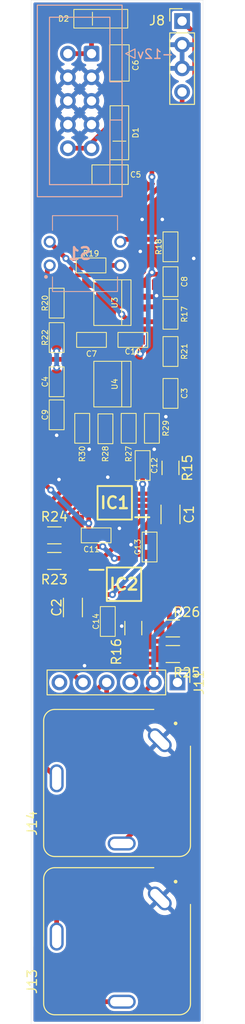
<source format=kicad_pcb>
(kicad_pcb (version 20211014) (generator pcbnew)
  (title_block (title "Exits") (date "2022-01-28") (rev "2.1"))
  (layers (0 "F.Cu" signal) (31 "B.Cu" signal) (34 "B.Paste" user) (35 "F.Paste" user) (36 "B.SilkS" user "B.Silkscreen") (37 "F.SilkS" user "F.Silkscreen") (38 "B.Mask" user) (39 "F.Mask" user) (44 "Edge.Cuts" user))
  (net 0 "")
  (net 1 "GND")
  (net 2 "Net-(C1-Pad1)")
  (net 3 "Net-(C1-Pad2)")
  (net 4 "Net-(C2-Pad1)")
  (net 5 "Net-(C2-Pad2)")
  (net 6 "+12V")
  (net 7 "-12V")
  (net 8 "Net-(D1-Pad2)")
  (net 9 "Net-(D2-Pad1)")
  (net 10 "Net-(R17-Pad2)")
  (net 11 "Net-(R18-Pad2)")
  (net 12 "Net-(C3-Pad2)")
  (net 13 "Net-(C3-Pad1)")
  (net 14 "Net-(C4-Pad2)")
  (net 15 "Net-(C4-Pad1)")
  (net 16 "Net-(J8-Pad1)")
  (net 17 "Rout")
  (net 18 "Lout")
  (net 19 "HPoutR")
  (net 20 "HPoutL")
  (net 21 "Net-(R19-Pad2)")
  (net 22 "Net-(R20-Pad2)")
  (net 23 "Net-(IC1-Pad6)")
  (net 24 "Net-(IC1-Pad1)")
  (net 25 "Net-(IC2-Pad6)")
  (net 26 "Net-(IC2-Pad1)")
  (net 27 "Net-(J8-Pad4)")
  (footprint "Capacitors_SMD:C_1206" (layer "F.Cu") (at 137.75 95.25 90)
    (fp_text reference "C1" (at 0 2 90) (layer "F.SilkS"))
    (fp_text value "100n")
    (pad "1" smd rect locked (at -1.5 0 90) (size 1 1.6) (layers "F.Cu" "F.Paste" "F.Mask") (net 2 "Net-(C1-Pad1)"))
    (pad "2" smd rect locked (at 1.5 0 90) (size 1 1.6) (layers "F.Cu" "F.Paste" "F.Mask") (net 3 "Net-(C1-Pad2)"))
  )
  (footprint "Capacitors_SMD:C_1206" (layer "F.Cu") (at 127.25 105.25 90)
    (fp_text reference "C2" (at 0 -1.75 90) (layer "F.SilkS"))
    (fp_text value "100n")
    (pad "1" smd rect locked (at -1.5 0 90) (size 1 1.6) (layers "F.Cu" "F.Paste" "F.Mask") (net 4 "Net-(C2-Pad1)"))
    (pad "2" smd rect locked (at 1.5 0 90) (size 1 1.6) (layers "F.Cu" "F.Paste" "F.Mask") (net 5 "Net-(C2-Pad2)"))
  )
  (footprint "nearness:0603" (layer "F.Cu") (at 137.75 82.25 -90)
    (fp_text reference "C3" (at 0 -1.5 90) (layer "F.SilkS") (effects (font (size 0.6 0.6) (thickness 0.1))))
    (fp_text value "22p")
    (pad "1" smd rect locked (at -0.8 0 270) (size 1 1) (layers "F.Cu" "F.Paste" "F.Mask") (net 13 "Net-(C3-Pad1)"))
    (pad "2" smd rect locked (at 0.8 0 270) (size 1 1) (layers "F.Cu" "F.Paste" "F.Mask") (net 12 "Net-(C3-Pad2)"))
  )
  (footprint "nearness:0603" (layer "F.Cu") (at 125.5 81 -90)
    (fp_text reference "C4" (at 0 1.25 90) (layer "F.SilkS") (effects (font (size 0.6 0.6) (thickness 0.1))))
    (fp_text value "22p")
    (pad "1" smd rect locked (at -0.8 0 270) (size 1 1) (layers "F.Cu" "F.Paste" "F.Mask") (net 15 "Net-(C4-Pad1)"))
    (pad "2" smd rect locked (at 0.8 0 270) (size 1 1) (layers "F.Cu" "F.Paste" "F.Mask") (net 14 "Net-(C4-Pad2)"))
  )
  (footprint "nearness:0805" (layer "F.Cu") (at 131.25 58.75 180)
    (fp_text reference "C5" (at -2.75 0) (layer "F.SilkS") (effects (font (size 0.6 0.6) (thickness 0.1))))
    (fp_text value "22u")
    (pad "1" smd rect locked (at -1 0 180) (size 1.3 1.5) (layers "F.Cu" "F.Paste" "F.Mask") (net 6 "+12V"))
    (pad "2" smd rect locked (at 1 0 180) (size 1.3 1.5) (layers "F.Cu" "F.Paste" "F.Mask") (net 1 "GND"))
  )
  (footprint "nearness:0805" (layer "F.Cu") (at 132.25 46.75 90)
    (fp_text reference "C6" (at -0.25 1.75 90) (layer "F.SilkS") (effects (font (size 0.6 0.6) (thickness 0.1))))
    (fp_text value "22u")
    (pad "1" smd rect locked (at -1 0 90) (size 1.3 1.5) (layers "F.Cu" "F.Paste" "F.Mask") (net 1 "GND"))
    (pad "2" smd rect locked (at 1 0 90) (size 1.3 1.5) (layers "F.Cu" "F.Paste" "F.Mask") (net 7 "-12V"))
  )
  (footprint "nearness:0603" (layer "F.Cu") (at 129.25 76.5)
    (fp_text reference "C7" (at 0 1.5) (layer "F.SilkS") (effects (font (size 0.6 0.6) (thickness 0.1))))
    (fp_text value "100n")
    (pad "1" smd rect locked (at -0.8 0) (size 1 1) (layers "F.Cu" "F.Paste" "F.Mask") (net 6 "+12V"))
    (pad "2" smd rect locked (at 0.8 0) (size 1 1) (layers "F.Cu" "F.Paste" "F.Mask") (net 1 "GND"))
  )
  (footprint "nearness:0603" (layer "F.Cu") (at 137.75 70.25 90)
    (fp_text reference "C8" (at 0 1.5 90) (layer "F.SilkS") (effects (font (size 0.6 0.6) (thickness 0.1))))
    (fp_text value "100n")
    (pad "1" smd rect locked (at -0.8 0 90) (size 1 1) (layers "F.Cu" "F.Paste" "F.Mask") (net 1 "GND"))
    (pad "2" smd rect locked (at 0.8 0 90) (size 1 1) (layers "F.Cu" "F.Paste" "F.Mask") (net 7 "-12V"))
  )
  (footprint "nearness:0603" (layer "F.Cu") (at 125.5 84.55 -90)
    (fp_text reference "C9" (at 0 1.25 90) (layer "F.SilkS") (effects (font (size 0.6 0.6) (thickness 0.1))))
    (fp_text value "100n")
    (pad "1" smd rect locked (at -0.8 0 270) (size 1 1) (layers "F.Cu" "F.Paste" "F.Mask") (net 6 "+12V"))
    (pad "2" smd rect locked (at 0.8 0 270) (size 1 1) (layers "F.Cu" "F.Paste" "F.Mask") (net 1 "GND"))
  )
  (footprint "nearness:0603" (layer "F.Cu") (at 133.7 76.5)
    (fp_text reference "C10" (at 0 1.25) (layer "F.SilkS") (effects (font (size 0.6 0.6) (thickness 0.1))))
    (fp_text value "100n")
    (pad "1" smd rect locked (at -0.8 0) (size 1 1) (layers "F.Cu" "F.Paste" "F.Mask") (net 1 "GND"))
    (pad "2" smd rect locked (at 0.8 0) (size 1 1) (layers "F.Cu" "F.Paste" "F.Mask") (net 7 "-12V"))
  )
  (footprint "nearness:SOD-123" (layer "F.Cu") (at 132.25 54.25 90)
    (fp_text reference "D1" (at 0 1.75 90) (layer "F.SilkS") (effects (font (size 0.6 0.6) (thickness 0.1))))
    (fp_text value "1N5819HW")
    (pad "1" smd rect locked (at -1.9 0 90) (size 1.4 1.4) (layers "F.Cu" "F.Paste" "F.Mask") (net 6 "+12V"))
    (pad "2" smd rect locked (at 1.9 0 90) (size 1.4 1.4) (layers "F.Cu" "F.Paste" "F.Mask") (net 8 "Net-(D1-Pad2)"))
  )
  (footprint "nearness:SOD-123" (layer "F.Cu") (at 130.25 42)
    (fp_text reference "D2" (at -4 0) (layer "F.SilkS") (effects (font (size 0.6 0.6) (thickness 0.1))))
    (fp_text value "1N5819HW")
    (pad "1" smd rect locked (at -1.9 0) (size 1.4 1.4) (layers "F.Cu" "F.Paste" "F.Mask") (net 9 "Net-(D2-Pad1)"))
    (pad "2" smd rect locked (at 1.9 0) (size 1.4 1.4) (layers "F.Cu" "F.Paste" "F.Mask") (net 7 "-12V"))
  )
  (footprint "Connector_PinHeader_2.54mm:PinHeader_1x04_P2.54mm_Vertical" (layer "F.Cu") (at 139 42.25)
    (fp_text reference "J8" (at -2.7 -0.05) (layer "F.SilkS"))
    (fp_text value "Conn_01x03_Male")
    (pad "1" thru_hole rect locked (at 0 0) (size 1.7 1.7) (drill 1) (layers *.Cu *.Mask) (net 16 "Net-(J8-Pad1)"))
    (pad "2" thru_hole oval locked (at 0 2.54) (size 1.7 1.7) (drill 1) (layers *.Cu *.Mask) (net 1 "GND"))
    (pad "3" thru_hole oval locked (at 0 5.08) (size 1.7 1.7) (drill 1) (layers *.Cu *.Mask) (net 1 "GND"))
    (pad "4" thru_hole oval locked (at 0 7.62) (size 1.7 1.7) (drill 1) (layers *.Cu *.Mask) (net 27 "Net-(J8-Pad4)"))
  )
  (footprint "Connector_PinHeader_2.54mm:PinHeader_1x06_P2.54mm_Vertical" (layer "F.Cu") (at 138.5 113.3 -90)
    (fp_text reference "J11" (at 0 -2.33 90) (layer "F.SilkS"))
    (fp_text value "Conn_01x04_Male")
    (pad "1" thru_hole rect locked (at 0 0 270) (size 1.7 1.7) (drill 1) (layers *.Cu *.Mask))
    (pad "2" thru_hole oval locked (at 0 2.54 270) (size 1.7 1.7) (drill 1) (layers *.Cu *.Mask) (net 18 "Lout"))
    (pad "3" thru_hole oval locked (at 0 5.08 270) (size 1.7 1.7) (drill 1) (layers *.Cu *.Mask) (net 2 "Net-(C1-Pad1)"))
    (pad "4" thru_hole oval locked (at 0 7.62 270) (size 1.7 1.7) (drill 1) (layers *.Cu *.Mask) (net 17 "Rout"))
    (pad "5" thru_hole oval locked (at 0 10.16 270) (size 1.7 1.7) (drill 1) (layers *.Cu *.Mask) (net 4 "Net-(C2-Pad1)"))
    (pad "6" thru_hole oval locked (at 0 12.7 270) (size 1.7 1.7) (drill 1) (layers *.Cu *.Mask))
  )
  (footprint "Resistor_SMD:R_1206_3216Metric" (layer "F.Cu") (at 137.75 90.25 -90)
    (fp_text reference "R15" (at 0 -1.82 90) (layer "F.SilkS"))
    (fp_text value "100k")
    (pad "1" smd roundrect locked (at -1.4625 0 270) (size 1.125 1.75) (layers "F.Cu" "F.Paste" "F.Mask") (roundrect_rratio 0.2222222222) (net 1 "GND"))
    (pad "2" smd roundrect locked (at 1.4625 0 270) (size 1.125 1.75) (layers "F.Cu" "F.Paste" "F.Mask") (roundrect_rratio 0.2222222222) (net 3 "Net-(C1-Pad2)"))
  )
  (footprint "Resistor_SMD:R_1206_3216Metric" (layer "F.Cu") (at 133.75 107.4625 90)
    (fp_text reference "R16" (at -2.5375 -1.82 90) (layer "F.SilkS"))
    (fp_text value "100k")
    (pad "1" smd roundrect locked (at -1.4625 0 90) (size 1.125 1.75) (layers "F.Cu" "F.Paste" "F.Mask") (roundrect_rratio 0.2222222222) (net 1 "GND"))
    (pad "2" smd roundrect locked (at 1.4625 0 90) (size 1.125 1.75) (layers "F.Cu" "F.Paste" "F.Mask") (roundrect_rratio 0.2222222222) (net 5 "Net-(C2-Pad2)"))
  )
  (footprint "nearness:0603" (layer "F.Cu") (at 137.75 73.75 -90)
    (fp_text reference "R17" (at 0 -1.5 90) (layer "F.SilkS") (effects (font (size 0.6 0.6) (thickness 0.1))))
    (fp_text value "100k")
    (pad "1" smd rect locked (at -0.8 0 270) (size 1 1) (layers "F.Cu" "F.Paste" "F.Mask") (net 16 "Net-(J8-Pad1)"))
    (pad "2" smd rect locked (at 0.8 0 270) (size 1 1) (layers "F.Cu" "F.Paste" "F.Mask") (net 10 "Net-(R17-Pad2)"))
  )
  (footprint "nearness:0603" (layer "F.Cu") (at 137.75 66.5 90)
    (fp_text reference "R18" (at 0 -1.27 90) (layer "F.SilkS") (effects (font (size 0.6 0.6) (thickness 0.1))))
    (fp_text value "100k")
    (pad "1" smd rect locked (at -0.8 0 90) (size 1 1) (layers "F.Cu" "F.Paste" "F.Mask") (net 16 "Net-(J8-Pad1)"))
    (pad "2" smd rect locked (at 0.8 0 90) (size 1 1) (layers "F.Cu" "F.Paste" "F.Mask") (net 11 "Net-(R18-Pad2)"))
  )
  (footprint "nearness:0603" (layer "F.Cu") (at 129.2 68.5)
    (fp_text reference "R19" (at 0 -1.27) (layer "F.SilkS") (effects (font (size 0.6 0.6) (thickness 0.1))))
    (fp_text value "100k")
    (pad "1" smd rect locked (at -0.8 0) (size 1 1) (layers "F.Cu" "F.Paste" "F.Mask") (net 27 "Net-(J8-Pad4)"))
    (pad "2" smd rect locked (at 0.8 0) (size 1 1) (layers "F.Cu" "F.Paste" "F.Mask") (net 21 "Net-(R19-Pad2)"))
  )
  (footprint "nearness:0603" (layer "F.Cu") (at 125.5 72.55 -90)
    (fp_text reference "R20" (at 0 1.25 90) (layer "F.SilkS") (effects (font (size 0.6 0.6) (thickness 0.1))))
    (fp_text value "100k")
    (pad "1" smd rect locked (at -0.8 0 270) (size 1 1) (layers "F.Cu" "F.Paste" "F.Mask") (net 27 "Net-(J8-Pad4)"))
    (pad "2" smd rect locked (at 0.8 0 270) (size 1 1) (layers "F.Cu" "F.Paste" "F.Mask") (net 22 "Net-(R20-Pad2)"))
  )
  (footprint "nearness:0603" (layer "F.Cu") (at 137.75 77.75 -90)
    (fp_text reference "R21" (at 0 -1.5 90) (layer "F.SilkS") (effects (font (size 0.6 0.6) (thickness 0.1))))
    (fp_text value "100k")
    (pad "1" smd rect locked (at -0.8 0 270) (size 1 1) (layers "F.Cu" "F.Paste" "F.Mask") (net 10 "Net-(R17-Pad2)"))
    (pad "2" smd rect locked (at 0.8 0 270) (size 1 1) (layers "F.Cu" "F.Paste" "F.Mask") (net 13 "Net-(C3-Pad1)"))
  )
  (footprint "nearness:0603" (layer "F.Cu") (at 125.5 76.25 -90)
    (fp_text reference "R22" (at 0 1.25 90) (layer "F.SilkS") (effects (font (size 0.6 0.6) (thickness 0.1))))
    (fp_text value "100k")
    (pad "1" smd rect locked (at -0.8 0 270) (size 1 1) (layers "F.Cu" "F.Paste" "F.Mask") (net 22 "Net-(R20-Pad2)"))
    (pad "2" smd rect locked (at 0.8 0 270) (size 1 1) (layers "F.Cu" "F.Paste" "F.Mask") (net 15 "Net-(C4-Pad1)"))
  )
  (footprint "Resistor_SMD:R_1206_3216Metric" (layer "F.Cu") (at 125.25 100.25 180)
    (fp_text reference "R23" (at 0 -2) (layer "F.SilkS"))
    (fp_text value "1")
    (pad "1" smd roundrect locked (at -1.4625 0 180) (size 1.125 1.75) (layers "F.Cu" "F.Paste" "F.Mask") (roundrect_rratio 0.2222222222) (net 24 "Net-(IC1-Pad1)"))
    (pad "2" smd roundrect locked (at 1.4625 0 180) (size 1.125 1.75) (layers "F.Cu" "F.Paste" "F.Mask") (roundrect_rratio 0.2222222222) (net 20 "HPoutL"))
  )
  (footprint "Resistor_SMD:R_1206_3216Metric" (layer "F.Cu") (at 125.25 97.5 180)
    (fp_text reference "R24" (at 0 2) (layer "F.SilkS"))
    (fp_text value "1")
    (pad "1" smd roundrect locked (at -1.4625 0 180) (size 1.125 1.75) (layers "F.Cu" "F.Paste" "F.Mask") (roundrect_rratio 0.2222222222) (net 23 "Net-(IC1-Pad6)"))
    (pad "2" smd roundrect locked (at 1.4625 0 180) (size 1.125 1.75) (layers "F.Cu" "F.Paste" "F.Mask") (roundrect_rratio 0.2222222222) (net 20 "HPoutL"))
  )
  (footprint "Resistor_SMD:R_1206_3216Metric" (layer "F.Cu") (at 138 110.25)
    (fp_text reference "R25" (at 1.5 2) (layer "F.SilkS"))
    (fp_text value "1")
    (pad "1" smd roundrect locked (at -1.4625 0) (size 1.125 1.75) (layers "F.Cu" "F.Paste" "F.Mask") (roundrect_rratio 0.2222222222) (net 26 "Net-(IC2-Pad1)"))
    (pad "2" smd roundrect locked (at 1.4625 0) (size 1.125 1.75) (layers "F.Cu" "F.Paste" "F.Mask") (roundrect_rratio 0.2222222222) (net 19 "HPoutR"))
  )
  (footprint "Resistor_SMD:R_1206_3216Metric" (layer "F.Cu") (at 138 107.5)
    (fp_text reference "R26" (at 1.5 -1.75) (layer "F.SilkS"))
    (fp_text value "1")
    (pad "1" smd roundrect locked (at -1.4625 0) (size 1.125 1.75) (layers "F.Cu" "F.Paste" "F.Mask") (roundrect_rratio 0.2222222222) (net 25 "Net-(IC2-Pad6)"))
    (pad "2" smd roundrect locked (at 1.4625 0) (size 1.125 1.75) (layers "F.Cu" "F.Paste" "F.Mask") (roundrect_rratio 0.2222222222) (net 19 "HPoutR"))
  )
  (footprint "nearness:0603" (layer "F.Cu") (at 133.25 86 -90)
    (fp_text reference "R27" (at 2.75 0 90) (layer "F.SilkS") (effects (font (size 0.6 0.6) (thickness 0.1))))
    (fp_text value "100k")
    (pad "1" smd rect locked (at -0.8 0 270) (size 1 1) (layers "F.Cu" "F.Paste" "F.Mask") (net 13 "Net-(C3-Pad1)"))
    (pad "2" smd rect locked (at 0.8 0 270) (size 1 1) (layers "F.Cu" "F.Paste" "F.Mask") (net 18 "Lout"))
  )
  (footprint "nearness:0603" (layer "F.Cu") (at 130.75 86.05 -90)
    (fp_text reference "R28" (at 2.7 0 90) (layer "F.SilkS") (effects (font (size 0.6 0.6) (thickness 0.1))))
    (fp_text value "100k")
    (pad "1" smd rect locked (at -0.8 0 270) (size 1 1) (layers "F.Cu" "F.Paste" "F.Mask") (net 15 "Net-(C4-Pad1)"))
    (pad "2" smd rect locked (at 0.8 0 270) (size 1 1) (layers "F.Cu" "F.Paste" "F.Mask") (net 17 "Rout"))
  )
  (footprint "nearness:0603" (layer "F.Cu") (at 135.75 86 -90)
    (fp_text reference "R29" (at 0 -1.5 90) (layer "F.SilkS") (effects (font (size 0.6 0.6) (thickness 0.1))))
    (fp_text value "1k")
    (pad "1" smd rect locked (at -0.8 0 270) (size 1 1) (layers "F.Cu" "F.Paste" "F.Mask") (net 12 "Net-(C3-Pad2)"))
    (pad "2" smd rect locked (at 0.8 0 270) (size 1 1) (layers "F.Cu" "F.Paste" "F.Mask") (net 18 "Lout"))
  )
  (footprint "nearness:0603" (layer "F.Cu") (at 128.25 86 -90)
    (fp_text reference "R30" (at 2.75 0 90) (layer "F.SilkS") (effects (font (size 0.6 0.6) (thickness 0.1))))
    (fp_text value "1k")
    (pad "1" smd rect locked (at -0.8 0 270) (size 1 1) (layers "F.Cu" "F.Paste" "F.Mask") (net 14 "Net-(C4-Pad2)"))
    (pad "2" smd rect locked (at 0.8 0 270) (size 1 1) (layers "F.Cu" "F.Paste" "F.Mask") (net 17 "Rout"))
  )
  (footprint "nearness:SOIC-8" (layer "F.Cu") (at 131.5 72.5 90)
    (fp_text reference "U3" (at 0 0.25 90) (layer "F.SilkS") (effects (font (size 0.6 0.6) (thickness 0.1))))
    (fp_text value "LME49720")
    (pad "1" smd rect locked (at -1.905 3 90) (size 0.65 2) (layers "F.Cu" "F.Paste" "F.Mask") (net 10 "Net-(R17-Pad2)"))
    (pad "2" smd rect locked (at -0.635 3 90) (size 0.65 2) (layers "F.Cu" "F.Paste" "F.Mask") (net 16 "Net-(J8-Pad1)"))
    (pad "3" smd rect locked (at 0.635 3 90) (size 0.65 2) (layers "F.Cu" "F.Paste" "F.Mask") (net 1 "GND"))
    (pad "4" smd rect locked (at 1.905 3 90) (size 0.65 2) (layers "F.Cu" "F.Paste" "F.Mask") (net 7 "-12V"))
    (pad "5" smd rect locked (at 1.905 -3 90) (size 0.65 2) (layers "F.Cu" "F.Paste" "F.Mask") (net 1 "GND"))
    (pad "6" smd rect locked (at 0.635 -3 90) (size 0.65 2) (layers "F.Cu" "F.Paste" "F.Mask") (net 27 "Net-(J8-Pad4)"))
    (pad "7" smd rect locked (at -0.635 -3 90) (size 0.65 2) (layers "F.Cu" "F.Paste" "F.Mask") (net 22 "Net-(R20-Pad2)"))
    (pad "8" smd rect locked (at -1.905 -3 90) (size 0.65 2) (layers "F.Cu" "F.Paste" "F.Mask") (net 6 "+12V"))
  )
  (footprint "nearness:SOIC-8" (layer "F.Cu") (at 131.5 81.25 90)
    (fp_text reference "U4" (at 0 0.25 90) (layer "F.SilkS") (effects (font (size 0.6 0.6) (thickness 0.1))))
    (fp_text value "LME49720")
    (pad "1" smd rect locked (at -1.905 3 90) (size 0.65 2) (layers "F.Cu" "F.Paste" "F.Mask") (net 12 "Net-(C3-Pad2)"))
    (pad "2" smd rect locked (at -0.635 3 90) (size 0.65 2) (layers "F.Cu" "F.Paste" "F.Mask") (net 13 "Net-(C3-Pad1)"))
    (pad "3" smd rect locked (at 0.635 3 90) (size 0.65 2) (layers "F.Cu" "F.Paste" "F.Mask") (net 1 "GND"))
    (pad "4" smd rect locked (at 1.905 3 90) (size 0.65 2) (layers "F.Cu" "F.Paste" "F.Mask") (net 7 "-12V"))
    (pad "5" smd rect locked (at 1.905 -3 90) (size 0.65 2) (layers "F.Cu" "F.Paste" "F.Mask") (net 1 "GND"))
    (pad "6" smd rect locked (at 0.635 -3 90) (size 0.65 2) (layers "F.Cu" "F.Paste" "F.Mask") (net 15 "Net-(C4-Pad1)"))
    (pad "7" smd rect locked (at -0.635 -3 90) (size 0.65 2) (layers "F.Cu" "F.Paste" "F.Mask") (net 14 "Net-(C4-Pad2)"))
    (pad "8" smd rect locked (at -1.905 -3 90) (size 0.65 2) (layers "F.Cu" "F.Paste" "F.Mask") (net 6 "+12V"))
  )
  (footprint "SamacSys_Parts:SOP65P640X145-8N" (layer "F.Cu") (at 131.75 94 180)
    (fp_text reference "IC1" (at 0 0) (layer "F.SilkS") (effects (font (size 1.27 1.27) (thickness 0.254))))
    (fp_text value "NJM4556AV-TE1" hide)
    (pad "1" smd rect locked (at -2.962 -0.975 270) (size 0.45 1.525) (layers "F.Cu" "F.Paste" "F.Mask") (net 24 "Net-(IC1-Pad1)"))
    (pad "2" smd rect locked (at -2.962 -0.325 270) (size 0.45 1.525) (layers "F.Cu" "F.Paste" "F.Mask") (net 24 "Net-(IC1-Pad1)"))
    (pad "3" smd rect locked (at -2.962 0.325 270) (size 0.45 1.525) (layers "F.Cu" "F.Paste" "F.Mask") (net 3 "Net-(C1-Pad2)"))
    (pad "4" smd rect locked (at -2.962 0.975 270) (size 0.45 1.525) (layers "F.Cu" "F.Paste" "F.Mask") (net 7 "-12V"))
    (pad "5" smd rect locked (at 2.962 0.975 270) (size 0.45 1.525) (layers "F.Cu" "F.Paste" "F.Mask") (net 3 "Net-(C1-Pad2)"))
    (pad "6" smd rect locked (at 2.962 0.325 270) (size 0.45 1.525) (layers "F.Cu" "F.Paste" "F.Mask") (net 23 "Net-(IC1-Pad6)"))
    (pad "7" smd rect locked (at 2.962 -0.325 270) (size 0.45 1.525) (layers "F.Cu" "F.Paste" "F.Mask") (net 23 "Net-(IC1-Pad6)"))
    (pad "8" smd rect locked (at 2.962 -0.975 270) (size 0.45 1.525) (layers "F.Cu" "F.Paste" "F.Mask") (net 6 "+12V"))
  )
  (footprint "SamacSys_Parts:SOP65P640X145-8N" (layer "F.Cu") (at 132.75 102.75)
    (fp_text reference "IC2" (at 0 0) (layer "F.SilkS") (effects (font (size 1.27 1.27) (thickness 0.254))))
    (fp_text value "NJM4556AV-TE1" hide)
    (pad "1" smd rect locked (at -2.962 -0.975 90) (size 0.45 1.525) (layers "F.Cu" "F.Paste" "F.Mask") (net 26 "Net-(IC2-Pad1)"))
    (pad "2" smd rect locked (at -2.962 -0.325 90) (size 0.45 1.525) (layers "F.Cu" "F.Paste" "F.Mask") (net 26 "Net-(IC2-Pad1)"))
    (pad "3" smd rect locked (at -2.962 0.325 90) (size 0.45 1.525) (layers "F.Cu" "F.Paste" "F.Mask") (net 5 "Net-(C2-Pad2)"))
    (pad "4" smd rect locked (at -2.962 0.975 90) (size 0.45 1.525) (layers "F.Cu" "F.Paste" "F.Mask") (net 7 "-12V"))
    (pad "5" smd rect locked (at 2.962 0.975 90) (size 0.45 1.525) (layers "F.Cu" "F.Paste" "F.Mask") (net 5 "Net-(C2-Pad2)"))
    (pad "6" smd rect locked (at 2.962 0.325 90) (size 0.45 1.525) (layers "F.Cu" "F.Paste" "F.Mask") (net 25 "Net-(IC2-Pad6)"))
    (pad "7" smd rect locked (at 2.962 -0.325 90) (size 0.45 1.525) (layers "F.Cu" "F.Paste" "F.Mask") (net 25 "Net-(IC2-Pad6)"))
    (pad "8" smd rect locked (at 2.962 -0.975 90) (size 0.45 1.525) (layers "F.Cu" "F.Paste" "F.Mask") (net 6 "+12V"))
  )
  (footprint "nearness:0603" (layer "F.Cu") (at 129.75 97.5)
    (fp_text reference "C11" (at -0.5 1.5) (layer "F.SilkS") (effects (font (size 0.6 0.6) (thickness 0.1))))
    (fp_text value "100n")
    (pad "1" smd rect locked (at -0.8 0) (size 1 1) (layers "F.Cu" "F.Paste" "F.Mask") (net 6 "+12V"))
    (pad "2" smd rect locked (at 0.8 0) (size 1 1) (layers "F.Cu" "F.Paste" "F.Mask") (net 1 "GND"))
  )
  (footprint "nearness:0603" (layer "F.Cu") (at 134.75 90 -90)
    (fp_text reference "C12" (at 0 -1.27 90) (layer "F.SilkS") (effects (font (size 0.6 0.6) (thickness 0.1))))
    (fp_text value "100n")
    (pad "1" smd rect locked (at -0.8 0 270) (size 1 1) (layers "F.Cu" "F.Paste" "F.Mask") (net 1 "GND"))
    (pad "2" smd rect locked (at 0.8 0 270) (size 1 1) (layers "F.Cu" "F.Paste" "F.Mask") (net 7 "-12V"))
  )
  (footprint "nearness:0603" (layer "F.Cu") (at 135.5 98.75 90)
    (fp_text reference "C13" (at 0 -1.27 90) (layer "F.SilkS") (effects (font (size 0.6 0.6) (thickness 0.1))))
    (fp_text value "100n")
    (pad "1" smd rect locked (at -0.8 0 90) (size 1 1) (layers "F.Cu" "F.Paste" "F.Mask") (net 6 "+12V"))
    (pad "2" smd rect locked (at 0.8 0 90) (size 1 1) (layers "F.Cu" "F.Paste" "F.Mask") (net 1 "GND"))
  )
  (footprint "nearness:0603" (layer "F.Cu") (at 131 106.75 90)
    (fp_text reference "C14" (at 0 -1.27 90) (layer "F.SilkS") (effects (font (size 0.6 0.6) (thickness 0.1))))
    (fp_text value "100n")
    (pad "1" smd rect locked (at -0.8 0 90) (size 1 1) (layers "F.Cu" "F.Paste" "F.Mask") (net 1 "GND"))
    (pad "2" smd rect locked (at 0.8 0 90) (size 1 1) (layers "F.Cu" "F.Paste" "F.Mask") (net 7 "-12V"))
  )
  (footprint "Connector:CUI_SJ-63083A" (layer "F.Cu") (at 132 124.1 90)
    (fp_text reference "J14" (at -4.325 -9.135 90) (layer "F.SilkS"))
    (fp_text value "SJ-63083A")
    (pad "1" thru_hole oval (at 4.596 4.596 45) (size 1.508 3.016) (drill oval 1 2.5) (layers *.Cu *.Mask) (net 1 "GND"))
    (pad "3" thru_hole oval (at -6.5 0.5 90) (size 1.508 3.016) (drill oval 1 2.5) (layers *.Cu *.Mask) (net 19 "HPoutR"))
    (pad "4" thru_hole oval (at 0.5 -6.5 90) (size 3.016 1.508) (drill oval 2.5 1) (layers *.Cu *.Mask) (net 20 "HPoutL"))
  )
  (footprint "Connector:CUI_SJ-63083A" (layer "F.Cu") (at 132 141.1 90)
    (fp_text reference "J13" (at -4.325 -9.135 90) (layer "F.SilkS"))
    (fp_text value "SJ-63083A")
    (pad "1" thru_hole oval (at 4.596 4.596 45) (size 1.508 3.016) (drill oval 1 2.5) (layers *.Cu *.Mask) (net 1 "GND"))
    (pad "3" thru_hole oval (at -6.5 0.5 90) (size 1.508 3.016) (drill oval 1 2.5) (layers *.Cu *.Mask) (net 17 "Rout"))
    (pad "4" thru_hole oval (at 0.5 -6.5 90) (size 3.016 1.508) (drill oval 2.5 1) (layers *.Cu *.Mask) (net 18 "Lout"))
  )
  (footprint "SamacSys_Parts:ADP0204" (layer "B.Cu") (at 124.75 68.5)
    (fp_text reference "S1" (at 3.225 -1.27) (layer "B.SilkS") (effects (font (size 1.27 1.27) (thickness 0.254)) (justify mirror)))
    (fp_text value "ADP0204" hide)
    (pad "A1" thru_hole circle locked (at 0 0) (size 1.3 1.3) (drill 0.8) (layers *.Cu *.Mask) (net 22 "Net-(R20-Pad2)"))
    (pad "A2" thru_hole circle locked (at 0 -2.54) (size 1.3 1.3) (drill 0.8) (layers *.Cu *.Mask) (net 10 "Net-(R17-Pad2)"))
    (pad "B1" thru_hole circle locked (at 7.6 0) (size 1.3 1.3) (drill 0.8) (layers *.Cu *.Mask) (net 21 "Net-(R19-Pad2)"))
    (pad "B2" thru_hole circle locked (at 7.6 -2.54) (size 1.3 1.3) (drill 0.8) (layers *.Cu *.Mask) (net 11 "Net-(R18-Pad2)"))
  )
  (footprint "Connector_IDC:IDC-Header_2x05_P2.54mm_Vertical" (layer "B.Cu") (at 129.25 45.75 180)
    (fp_text reference "J12" hide)
    (fp_text value "Conn_02x05_Odd_Even")
    (pad "1" thru_hole roundrect locked (at 0 0 180) (size 1.7 1.7) (drill 1) (layers *.Cu *.Mask) (roundrect_rratio 0.1470588235) (net 9 "Net-(D2-Pad1)"))
    (pad "2" thru_hole circle locked (at 2.54 0 180) (size 1.7 1.7) (drill 1) (layers *.Cu *.Mask) (net 9 "Net-(D2-Pad1)"))
    (pad "3" thru_hole circle locked (at 0 -2.54 180) (size 1.7 1.7) (drill 1) (layers *.Cu *.Mask) (net 1 "GND"))
    (pad "4" thru_hole circle locked (at 2.54 -2.54 180) (size 1.7 1.7) (drill 1) (layers *.Cu *.Mask) (net 1 "GND"))
    (pad "5" thru_hole circle locked (at 0 -5.08 180) (size 1.7 1.7) (drill 1) (layers *.Cu *.Mask) (net 1 "GND"))
    (pad "6" thru_hole circle locked (at 2.54 -5.08 180) (size 1.7 1.7) (drill 1) (layers *.Cu *.Mask) (net 1 "GND"))
    (pad "7" thru_hole circle locked (at 0 -7.62 180) (size 1.7 1.7) (drill 1) (layers *.Cu *.Mask) (net 1 "GND"))
    (pad "8" thru_hole circle locked (at 2.54 -7.62 180) (size 1.7 1.7) (drill 1) (layers *.Cu *.Mask) (net 1 "GND"))
    (pad "9" thru_hole circle locked (at 0 -10.16 180) (size 1.7 1.7) (drill 1) (layers *.Cu *.Mask) (net 8 "Net-(D1-Pad2)"))
    (pad "10" thru_hole circle locked (at 2.54 -10.16 180) (size 1.7 1.7) (drill 1) (layers *.Cu *.Mask) (net 8 "Net-(D1-Pad2)"))
  )
  (gr_line (start 141.25 150) (end 122.75 150) (layer "Edge.Cuts") (width 0.0254))
  (gr_line (start 122.75 150) (end 122.75 40) (layer "Edge.Cuts") (width 0.0254))
  (gr_line (start 122.75 40) (end 141.25 40) (layer "Edge.Cuts") (width 0.0254))
  (gr_line (start 141.25 40) (end 141.25 150) (layer "Edge.Cuts") (width 0.0254))
  (gr_text "-12v" (at 136.1 45.8) (layer "B.SilkS") (effects (font (size 1 1)) (justify mirror)))
  (via (at 134.5 67) (size 0.762) (drill 0.381) (layers "F.Cu" "B.Cu") (net 1))
  (via (at 134.7 63.56) (size 0.762) (drill 0.381) (layers "F.Cu" "B.Cu") (net 1))
  (via (at 136.87 63.56) (size 0.762) (drill 0.381) (layers "F.Cu" "B.Cu") (net 1))
  (via (at 125.5 86.75) (size 0.762) (drill 0.381) (layers "F.Cu" "B.Cu") (net 1))
  (via (at 132.25 96.75) (size 0.762) (drill 0.381) (layers "F.Cu" "B.Cu") (net 1))
  (via (at 132.5 107.25) (size 0.762) (drill 0.381) (layers "F.Cu" "B.Cu") (net 1))
  (via (at 131 91.25) (size 0.762) (drill 0.381) (layers "F.Cu" "B.Cu") (net 1))
  (via (at 125.75 91.5) (size 0.762) (drill 0.381) (layers "F.Cu" "B.Cu") (net 1))
  (via (at 129 88.25) (size 0.762) (drill 0.381) (layers "F.Cu" "B.Cu") (net 1))
  (via (at 136.25 71.75) (size 0.762) (drill 0.381) (layers "F.Cu" "B.Cu") (net 1))
  (via (at 133.5 98.5) (size 0.762) (drill 0.381) (layers "F.Cu" "B.Cu") (net 1))
  (via (at 137.25 84.75) (size 0.762) (drill 0.381) (layers "F.Cu" "B.Cu") (net 1))
  (via (at 140.25 67.75) (size 0.762) (drill 0.381) (layers "F.Cu" "B.Cu") (net 1))
  (via (at 128.5 111.5) (size 0.762) (drill 0.381) (layers "F.Cu" "B.Cu") (net 1))
  (via (at 136 88.25) (size 0.762) (drill 0.381) (layers "F.Cu" "B.Cu") (net 1))
  (segment (start 136.904991 111.891999) (end 137.62998 111.16701) (width 0.508) (layer "F.Cu") (net 2))
  (segment (start 137.62998 111.16701) (end 137.62998 96.87002) (width 0.508) (layer "F.Cu") (net 2))
  (segment (start 137.62998 96.87002) (end 137.75 96.75) (width 0.508) (layer "F.Cu") (net 2))
  (segment (start 134.568001 111.891999) (end 136.904991 111.891999) (width 0.508) (layer "F.Cu") (net 2))
  (segment (start 133.21 113.25) (end 134.568001 111.891999) (width 0.508) (layer "F.Cu") (net 2))
  (segment (start 134.712 93.675) (end 137.675 93.675) (width 0.3) (layer "F.Cu") (net 3))
  (segment (start 134.712 93.675) (end 133.647298 93.675) (width 0.3) (layer "F.Cu") (net 3))
  (segment (start 133.647298 93.675) (end 132.997298 93.025) (width 0.3) (layer "F.Cu") (net 3))
  (segment (start 132.997298 93.025) (end 128.788 93.025) (width 0.3) (layer "F.Cu") (net 3))
  (segment (start 137.675 93.675) (end 137.75 93.75) (width 0.3) (layer "F.Cu") (net 3))
  (segment (start 137.75 91.7125) (end 137.75 93.75) (width 0.508) (layer "F.Cu") (net 3))
  (segment (start 127.25 112.37) (end 128.13 113.25) (width 0.508) (layer "F.Cu") (net 4))
  (segment (start 127.25 106.75) (end 127.25 112.37) (width 0.508) (layer "F.Cu") (net 4))
  (segment (start 129.788 103.075) (end 127.925 103.075) (width 0.3) (layer "F.Cu") (net 5))
  (segment (start 132.825 103.075) (end 129.788 103.075) (width 0.3) (layer "F.Cu") (net 5))
  (segment (start 133.75 106) (end 135.712 104.038) (width 0.508) (layer "F.Cu") (net 5))
  (segment (start 135.712 104.038) (end 135.712 103.808001) (width 0.508) (layer "F.Cu") (net 5))
  (segment (start 135.712 103.725) (end 133.475 103.725) (width 0.3) (layer "F.Cu") (net 5))
  (segment (start 133.475 103.725) (end 132.825 103.075) (width 0.3) (layer "F.Cu") (net 5))
  (segment (start 127.925 103.075) (end 127.25 103.75) (width 0.3) (layer "F.Cu") (net 5))
  (segment (start 127.456001 64.801999) (end 124.194159 64.801999) (width 0.508) (layer "F.Cu") (net 6))
  (segment (start 135.5 99.55) (end 135.5 101.479999) (width 0.508) (layer "F.Cu") (net 6))
  (segment (start 124.194159 64.801999) (end 123.591999 65.404159) (width 0.508) (layer "F.Cu") (net 6))
  (segment (start 128.95 97.5) (end 128.95 96.2) (width 0.508) (layer "F.Cu") (net 6))
  (segment (start 134.2 99.55) (end 135.5 99.55) (width 0.508) (layer "F.Cu") (net 6))
  (segment (start 123.591999 81.841999) (end 123.591999 91.341999) (width 0.508) (layer "F.Cu") (net 6))
  (segment (start 126.358001 78.591999) (end 123.591999 78.591999) (width 0.508) (layer "F.Cu") (net 6))
  (segment (start 128.95 95.220001) (end 128.788 95.058001) (width 0.508) (layer "F.Cu") (net 6))
  (segment (start 123.591999 91.341999) (end 124.871382 92.621382) (width 0.508) (layer "F.Cu") (net 6))
  (segment (start 123.591999 81.841999) (end 125.5 83.75) (width 0.508) (layer "F.Cu") (net 6))
  (segment (start 132.25 60.008) (end 127.456001 64.801999) (width 0.508) (layer "F.Cu") (net 6))
  (segment (start 128.95 97.5) (end 128.95 97.7) (width 0.508) (layer "F.Cu") (net 6))
  (segment (start 133.786382 99.963618) (end 134.2 99.55) (width 0.508) (layer "F.Cu") (net 6))
  (segment (start 128.5 83.155) (end 126.095 83.155) (width 0.508) (layer "F.Cu") (net 6))
  (segment (start 132.25 58.75) (end 132.25 60.008) (width 0.508) (layer "F.Cu") (net 6))
  (segment (start 131.713618 99.963618) (end 133.786382 99.963618) (width 0.508) (layer "F.Cu") (net 6))
  (segment (start 128.95 97.814402) (end 129.84198 98.706382) (width 0.508) (layer "F.Cu") (net 6))
  (segment (start 128.95 96.2) (end 128.95 95.220001) (width 0.508) (layer "F.Cu") (net 6))
  (segment (start 135.5 101.479999) (end 135.712 101.691999) (width 0.508) (layer "F.Cu") (net 6))
  (segment (start 126.095 83.155) (end 125.5 83.75) (width 0.508) (layer "F.Cu") (net 6))
  (segment (start 132.25 56.15) (end 132.25 58.75) (width 0.508) (layer "F.Cu") (net 6))
  (segment (start 128.45 76.5) (end 128.45 74.455) (width 0.508) (layer "F.Cu") (net 6))
  (segment (start 123.591999 78.591999) (end 123.591999 81.841999) (width 0.508) (layer "F.Cu") (net 6))
  (segment (start 128.95 97.5) (end 128.95 97.814402) (width 0.508) (layer "F.Cu") (net 6))
  (segment (start 128.45 74.455) (end 128.5 74.405) (width 0.508) (layer "F.Cu") (net 6))
  (segment (start 129.84198 98.706382) (end 130.456382 98.706382) (width 0.508) (layer "F.Cu") (net 6))
  (segment (start 128.45 76.5) (end 126.358001 78.591999) (width 0.508) (layer "F.Cu") (net 6))
  (segment (start 123.591999 65.404159) (end 123.591999 78.591999) (width 0.508) (layer "F.Cu") (net 6))
  (via (at 131.713618 99.963618) (size 0.762) (drill 0.381) (layers "F.Cu" "B.Cu") (net 6))
  (via (at 130.456382 98.706382) (size 0.762) (drill 0.381) (layers "F.Cu" "B.Cu") (net 6))
  (via (at 128.95 96.2) (size 0.762) (drill 0.381) (layers "F.Cu" "B.Cu") (net 6))
  (via (at 124.871382 92.621382) (size 0.762) (drill 0.381) (layers "F.Cu" "B.Cu") (net 6))
  (segment (start 130.456382 98.706382) (end 131.713618 99.963618) (width 0.508) (layer "B.Cu") (net 6))
  (segment (start 124.871382 92.621382) (end 128.45 96.2) (width 0.508) (layer "B.Cu") (net 6))
  (segment (start 128.45 96.2) (end 128.95 96.2) (width 0.508) (layer "B.Cu") (net 6))
  (segment (start 134.75 92) (end 134.75 92.903999) (width 0.508) (layer "F.Cu") (net 7))
  (segment (start 131.5 103.86) (end 129.839999 103.86) (width 0.508) (layer "F.Cu") (net 7))
  (segment (start 132.229989 89.287989) (end 133.742 90.8) (width 0.508) (layer "F.Cu") (net 7))
  (segment (start 134.5 78) (end 134.5 79.345) (width 0.508) (layer "F.Cu") (net 7))
  (segment (start 131 105.95) (end 129.992 105.95) (width 0.508) (layer "F.Cu") (net 7))
  (segment (start 129.75 103.846001) (end 129.788 103.808001) (width 0.508) (layer "F.Cu") (net 7))
  (segment (start 134.5 70.595) (end 135.645 69.45) (width 0.508) (layer "F.Cu") (net 7))
  (segment (start 134.75 90.8) (end 134.75 92) (width 0.508) (layer "F.Cu") (net 7))
  (segment (start 132.25 45.75) (end 135.410158 45.75) (width 0.508) (layer "F.Cu") (net 7))
  (segment (start 134.75 92.903999) (end 134.712 92.941999) (width 0.508) (layer "F.Cu") (net 7))
  (segment (start 129.992 105.95) (end 129.788 105.746) (width 0.508) (layer "F.Cu") (net 7))
  (segment (start 129.788 105.746) (end 129.788 103.808001) (width 0.508) (layer "F.Cu") (net 7))
  (segment (start 135.410158 45.75) (end 135.75 46.089842) (width 0.508) (layer "F.Cu") (net 7))
  (segment (start 129.839999 103.86) (end 129.788 103.808001) (width 0.508) (layer "F.Cu") (net 7))
  (segment (start 132.15 45.65) (end 132.25 45.75) (width 0.508) (layer "F.Cu") (net 7))
  (segment (start 133.742 90.8) (end 134.75 90.8) (width 0.508) (layer "F.Cu") (net 7))
  (segment (start 132.229989 80.270011) (end 132.229989 89.287989) (width 0.508) (layer "F.Cu") (net 7))
  (segment (start 132.15 42) (end 132.15 45.65) (width 0.508) (layer "F.Cu") (net 7))
  (segment (start 134.5 78) (end 132.229989 80.270011) (width 0.508) (layer "F.Cu") (net 7))
  (segment (start 135.75 46.089842) (end 135.75 59) (width 0.508) (layer "F.Cu") (net 7))
  (segment (start 135.645 69.45) (end 137.75 69.45) (width 0.508) (layer "F.Cu") (net 7))
  (segment (start 134.5 76.5) (end 134.5 78) (width 0.508) (layer "F.Cu") (net 7))
  (via (at 134.75 92) (size 0.762) (drill 0.381) (layers "F.Cu" "B.Cu") (net 7))
  (via (at 134.5 78) (size 0.762) (drill 0.381) (layers "F.Cu" "B.Cu") (net 7))
  (via (at 131.5 103.86) (size 0.762) (drill 0.381) (layers "F.Cu" "B.Cu") (net 7))
  (via (at 135.75 59) (size 0.762) (drill 0.381) (layers "F.Cu" "B.Cu") (net 7))
  (via (at 135.75 69.25) (size 0.762) (drill 0.381) (layers "F.Cu" "B.Cu") (net 7))
  (segment (start 135.75 59) (end 135.75 69.25) (width 0.508) (layer "B.Cu") (net 7))
  (segment (start 135.75 69.25) (end 135.360999 69.639001) (width 0.508) (layer "B.Cu") (net 7))
  (segment (start 134.75 100.5) (end 131.5 103.75) (width 0.508) (layer "B.Cu") (net 7))
  (segment (start 135.360999 77.139001) (end 134.5 78) (width 0.508) (layer "B.Cu") (net 7))
  (segment (start 131.5 103.75) (end 131.5 103.86) (width 0.508) (layer "B.Cu") (net 7))
  (segment (start 135.360999 69.639001) (end 135.360999 77.139001) (width 0.508) (layer "B.Cu") (net 7))
  (segment (start 134.75 92) (end 134.75 100.5) (width 0.508) (layer "B.Cu") (net 7))
  (segment (start 129.25 55.35) (end 132.25 52.35) (width 0.508) (layer "F.Cu") (net 8))
  (segment (start 126.71 55.91) (end 129.25 55.91) (width 0.508) (layer "F.Cu") (net 8))
  (segment (start 129.25 55.91) (end 129.25 55.35) (width 0.508) (layer "F.Cu") (net 8))
  (segment (start 129.25 42.9) (end 128.35 42) (width 0.508) (layer "F.Cu") (net 9))
  (segment (start 126.71 45.75) (end 129.25 45.75) (width 0.508) (layer "F.Cu") (net 9))
  (segment (start 129.25 45.75) (end 129.25 42.9) (width 0.508) (layer "F.Cu") (net 9))
  (segment (start 124.75 65.96) (end 124.75 66) (width 0.508) (layer "F.Cu") (net 10))
  (segment (start 137.75 74.55) (end 134.645 74.55) (width 0.508) (layer "F.Cu") (net 10))
  (segment (start 134.645 74.55) (end 134.5 74.405) (width 0.508) (layer "F.Cu") (net 10))
  (segment (start 137.75 76.95) (end 137.75 74.55) (width 0.508) (layer "F.Cu") (net 10))
  (segment (start 124.75 66) (end 126.5 67.75) (width 0.508) (layer "F.Cu") (net 10))
  (segment (start 132.5 73.75) (end 133.155 74.405) (width 0.508) (layer "F.Cu") (net 10))
  (segment (start 133.155 74.405) (end 134.5 74.405) (width 0.508) (layer "F.Cu") (net 10))
  (via (at 132.5 73.75) (size 0.762) (drill 0.381) (layers "F.Cu" "B.Cu") (net 10))
  (via (at 126.5 67.75) (size 0.762) (drill 0.381) (layers "F.Cu" "B.Cu") (net 10))
  (segment (start 128.408001 69.658001) (end 132.5 73.75) (width 0.508) (layer "B.Cu") (net 10))
  (segment (start 126.5 67.75) (end 128.408001 69.658001) (width 0.508) (layer "B.Cu") (net 10))
  (segment (start 137.75 65.7) (end 132.61 65.7) (width 0.508) (layer "F.Cu") (net 11))
  (segment (start 132.61 65.7) (end 132.35 65.96) (width 0.508) (layer "F.Cu") (net 11))
  (segment (start 137.645 83.155) (end 137.75 83.05) (width 0.508) (layer "F.Cu") (net 12))
  (segment (start 134.5 83.155) (end 137.645 83.155) (width 0.508) (layer "F.Cu") (net 12))
  (segment (start 135.75 84.405) (end 134.5 83.155) (width 0.508) (layer "F.Cu") (net 12))
  (segment (start 135.75 85.2) (end 135.75 84.405) (width 0.508) (layer "F.Cu") (net 12))
  (segment (start 137.05 81.45) (end 136.615 81.885) (width 0.508) (layer "F.Cu") (net 13))
  (segment (start 134.5 81.885) (end 133.530598 81.885) (width 0.508) (layer "F.Cu") (net 13))
  (segment (start 137.75 81.45) (end 137.75 78.55) (width 0.508) (layer "F.Cu") (net 13))
  (segment (start 132.991999 84.941999) (end 133.25 85.2) (width 0.508) (layer "F.Cu") (net 13))
  (segment (start 137.75 81.45) (end 137.05 81.45) (width 0.508) (layer "F.Cu") (net 13))
  (segment (start 133.530598 81.885) (end 132.991999 82.423599) (width 0.508) (layer "F.Cu") (net 13))
  (segment (start 132.991999 82.423599) (end 132.991999 84.941999) (width 0.508) (layer "F.Cu") (net 13))
  (segment (start 136.615 81.885) (end 134.5 81.885) (width 0.508) (layer "F.Cu") (net 13))
  (segment (start 129.469402 81.885) (end 130.008001 82.423599) (width 0.508) (layer "F.Cu") (net 14))
  (segment (start 128.5 81.885) (end 125.585 81.885) (width 0.508) (layer "F.Cu") (net 14))
  (segment (start 128.694402 85.2) (end 128.25 85.2) (width 0.508) (layer "F.Cu") (net 14))
  (segment (start 125.585 81.885) (end 125.5 81.8) (width 0.508) (layer "F.Cu") (net 14))
  (segment (start 130.008001 82.423599) (end 130.008001 83.886401) (width 0.508) (layer "F.Cu") (net 14))
  (segment (start 128.5 81.885) (end 129.469402 81.885) (width 0.508) (layer "F.Cu") (net 14))
  (segment (start 130.008001 83.886401) (end 128.694402 85.2) (width 0.508) (layer "F.Cu") (net 14))
  (segment (start 125.5 77.05) (end 125.5 77.702999) (width 0.508) (layer "F.Cu") (net 15))
  (segment (start 128.5 80.615) (end 130.008 80.615) (width 0.508) (layer "F.Cu") (net 15))
  (segment (start 130.770011 81.377011) (end 130.770011 85.229989) (width 0.508) (layer "F.Cu") (net 15))
  (segment (start 128.5 80.615) (end 125.915 80.615) (width 0.508) (layer "F.Cu") (net 15))
  (segment (start 125.915 80.615) (end 125.5 80.2) (width 0.508) (layer "F.Cu") (net 15))
  (segment (start 125.5 80.2) (end 125.5 79.480999) (width 0.508) (layer "F.Cu") (net 15))
  (segment (start 130.770011 85.229989) (end 130.75 85.25) (width 0.508) (layer "F.Cu") (net 15))
  (segment (start 130.008 80.615) (end 130.770011 81.377011) (width 0.508) (layer "F.Cu") (net 15))
  (via (at 125.5 77.702999) (size 0.762) (drill 0.381) (layers "F.Cu" "B.Cu") (net 15))
  (via (at 125.5 79.480999) (size 0.762) (drill 0.381) (layers "F.Cu" "B.Cu") (net 15))
  (segment (start 125.5 77.702999) (end 125.5 79.25) (width 0.508) (layer "B.Cu") (net 15))
  (segment (start 125.5 79.25) (end 125.5 79.480999) (width 0.508) (layer "B.Cu") (net 15))
  (segment (start 140.358001 65.699999) (end 140.358001 43.608001) (width 0.508) (layer "F.Cu") (net 16))
  (segment (start 137.75 72.95) (end 137.764402 72.95) (width 0.508) (layer "F.Cu") (net 16))
  (segment (start 137.764402 72.95) (end 138.758001 71.956401) (width 0.508) (layer "F.Cu") (net 16))
  (segment (start 134.685 72.95) (end 134.5 73.135) (width 0.508) (layer "F.Cu") (net 16))
  (segment (start 138.758 67.3) (end 140.358001 65.699999) (width 0.508) (layer "F.Cu") (net 16))
  (segment (start 138.758001 68.308001) (end 137.75 67.3) (width 0.508) (layer "F.Cu") (net 16))
  (segment (start 137.75 67.3) (end 138.758 67.3) (width 0.508) (layer "F.Cu") (net 16))
  (segment (start 137.75 72.95) (end 134.685 72.95) (width 0.508) (layer "F.Cu") (net 16))
  (segment (start 140.358001 43.608001) (end 139 42.25) (width 0.508) (layer "F.Cu") (net 16))
  (segment (start 138.758001 71.956401) (end 138.758001 68.308001) (width 0.508) (layer "F.Cu") (net 16))
  (segment (start 125.128159 114.658001) (end 124.421999 113.951841) (width 0.508) (layer "F.Cu") (net 17))
  (segment (start 123.5 141.138058) (end 129.961942 147.6) (width 0.508) (layer "F.Cu") (net 17))
  (segment (start 124.85801 93.89199) (end 130.75 88) (width 0.508) (layer "F.Cu") (net 17))
  (segment (start 128.25 86.8) (end 130.7 86.8) (width 0.508) (layer "F.Cu") (net 17))
  (segment (start 124.421999 113.951841) (end 124.421999 112.423863) (width 0.508) (layer "F.Cu") (net 17))
  (segment (start 130.67 113.25) (end 129.261999 114.658001) (width 0.508) (layer "F.Cu") (net 17))
  (segment (start 130.88 113.3) (end 130.88 122.42) (width 0.508) (layer "F.Cu") (net 17))
  (segment (start 130.7 86.8) (end 130.75 86.85) (width 0.508) (layer "F.Cu") (net 17))
  (segment (start 130.88 122.42) (end 123.5 129.8) (width 0.508) (layer "F.Cu") (net 17))
  (segment (start 123.5 129.8) (end 123.5 141.138058) (width 0.508) (layer "F.Cu") (net 17))
  (segment (start 129.261999 114.658001) (end 125.128159 114.658001) (width 0.508) (layer "F.Cu") (net 17))
  (segment (start 124.85801 111.987852) (end 124.85801 93.89199) (width 0.508) (layer "F.Cu") (net 17))
  (segment (start 130.75 88) (end 130.75 86.85) (width 0.508) (layer "F.Cu") (net 17))
  (segment (start 129.961942 147.6) (end 132.5 147.6) (width 0.508) (layer "F.Cu") (net 17))
  (segment (start 124.421999 112.423863) (end 124.85801 111.987852) (width 0.508) (layer "F.Cu") (net 17))
  (segment (start 125.5 130.9) (end 133.3 123.1) (width 0.508) (layer "F.Cu") (net 18))
  (segment (start 138.6 99.4) (end 138.6 105.7) (width 0.508) (layer "F.Cu") (net 18))
  (segment (start 135.75 86.8) (end 137.77199 86.8) (width 0.508) (layer "F.Cu") (net 18))
  (segment (start 133.3 123.1) (end 133.3 115.96) (width 0.508) (layer "F.Cu") (net 18))
  (segment (start 125.5 140.6) (end 125.5 130.9) (width 0.508) (layer "F.Cu") (net 18))
  (segment (start 139.5 98.5) (end 138.6 99.4) (width 0.508) (layer "F.Cu") (net 18))
  (segment (start 137.77199 86.8) (end 139.5 88.52801) (width 0.508) (layer "F.Cu") (net 18))
  (segment (start 133.3 115.96) (end 135.96 113.3) (width 0.508) (layer "F.Cu") (net 18))
  (segment (start 139.5 88.52801) (end 139.5 98.5) (width 0.508) (layer "F.Cu") (net 18))
  (segment (start 133.25 86.8) (end 135.75 86.8) (width 0.508) (layer "F.Cu") (net 18))
  (via (at 138.6 105.7) (size 0.762) (drill 0.381) (layers "F.Cu" "B.Cu") (net 18))
  (segment (start 135.94 113.3) (end 135.94 108.36) (width 0.508) (layer "B.Cu") (net 18))
  (segment (start 135.94 108.36) (end 138.6 105.7) (width 0.508) (layer "B.Cu") (net 18))
  (segment (start 139.4625 107.5) (end 139.4625 110.25) (width 0.508) (layer "F.Cu") (net 19))
  (segment (start 139.857511 110.645011) (end 139.857511 123.242489) (width 0.508) (layer "F.Cu") (net 19))
  (segment (start 139.857511 123.242489) (end 132.5 130.6) (width 0.508) (layer "F.Cu") (net 19))
  (segment (start 139.4625 110.25) (end 139.857511 110.645011) (width 0.508) (layer "F.Cu") (net 19))
  (segment (start 123.7875 100.25) (end 123.660479 100.377021) (width 0.508) (layer "F.Cu") (net 20))
  (segment (start 123.660479 100.377021) (end 123.660479 121.760479) (width 0.508) (layer "F.Cu") (net 20))
  (segment (start 123.660479 121.760479) (end 125.5 123.6) (width 0.508) (layer "F.Cu") (net 20))
  (segment (start 123.7875 97.5) (end 123.7875 100.25) (width 0.508) (layer "F.Cu") (net 20))
  (segment (start 132.35 68.5) (end 130 68.5) (width 0.508) (layer "F.Cu") (net 21))
  (segment (start 128.5 73.135) (end 125.715 73.135) (width 0.508) (layer "F.Cu") (net 22))
  (segment (start 124.491999 72.656401) (end 124.491999 68.758001) (width 0.508) (layer "F.Cu") (net 22))
  (segment (start 125.5 73.35) (end 125.5 75.45) (width 0.508) (layer "F.Cu") (net 22))
  (segment (start 125.715 73.135) (end 125.5 73.35) (width 0.508) (layer "F.Cu") (net 22))
  (segment (start 125.185598 73.35) (end 124.491999 72.656401) (width 0.508) (layer "F.Cu") (net 22))
  (segment (start 124.491999 68.758001) (end 124.75 68.5) (width 0.508) (layer "F.Cu") (net 22))
  (segment (start 125.5 73.35) (end 125.185598 73.35) (width 0.508) (layer "F.Cu") (net 22))
  (segment (start 126.7125 95.335798) (end 126.7125 97.5) (width 0.3) (layer "F.Cu") (net 23))
  (segment (start 128.788 94.325) (end 127.723298 94.325) (width 0.3) (layer "F.Cu") (net 23))
  (segment (start 128.788 93.675) (end 128.788 94.325) (width 0.3) (layer "F.Cu") (net 23))
  (segment (start 127.723298 94.325) (end 126.7125 95.335798) (width 0.3) (layer "F.Cu") (net 23))
  (segment (start 134.712 95.708) (end 134.712 94.975) (width 0.508) (layer "F.Cu") (net 24))
  (segment (start 126.7125 100.25) (end 130.17 100.25) (width 0.508) (layer "F.Cu") (net 24))
  (segment (start 134.712 94.325) (end 134.712 94.975) (width 0.3) (layer "F.Cu") (net 24))
  (segment (start 130.17 100.25) (end 134.712 95.708) (width 0.508) (layer "F.Cu") (net 24))
  (segment (start 135.712 103.075) (end 136.776702 103.075) (width 0.3) (layer "F.Cu") (net 25))
  (segment (start 136.878501 107.158999) (end 136.5375 107.5) (width 0.3) (layer "F.Cu") (net 25))
  (segment (start 135.712 102.425) (end 135.712 103.075) (width 0.3) (layer "F.Cu") (net 25))
  (segment (start 136.776702 103.075) (end 136.878501 103.176799) (width 0.3) (layer "F.Cu") (net 25))
  (segment (start 136.878501 103.176799) (end 136.878501 107.158999) (width 0.3) (layer "F.Cu") (net 25))
  (segment (start 129.788 101.775) (end 127.010598 101.775) (width 0.508) (layer "F.Cu") (net 26))
  (segment (start 129.788 101.775) (end 129.788 102.425) (width 0.3) (layer "F.Cu") (net 26))
  (segment (start 129.991999 107.277597) (end 129.991999 109.557721) (width 0.508) (layer "F.Cu") (net 26))
  (segment (start 127.010598 101.775) (end 125.941999 102.843599) (width 0.508) (layer "F.Cu") (net 26))
  (segment (start 129.991999 109.557721) (end 130.684278 110.25) (width 0.508) (layer "F.Cu") (net 26))
  (segment (start 128.456401 105.741999) (end 129.991999 107.277597) (width 0.508) (layer "F.Cu") (net 26))
  (segment (start 125.941999 102.843599) (end 125.941999 104.656401) (width 0.508) (layer "F.Cu") (net 26))
  (segment (start 130.684278 110.25) (end 136.5375 110.25) (width 0.508) (layer "F.Cu") (net 26))
  (segment (start 125.941999 104.656401) (end 127.027597 105.741999) (width 0.508) (layer "F.Cu") (net 26))
  (segment (start 127.027597 105.741999) (end 128.456401 105.741999) (width 0.508) (layer "F.Cu") (net 26))
  (segment (start 128.5 71.865) (end 125.615 71.865) (width 0.508) (layer "F.Cu") (net 27))
  (segment (start 125.615 71.865) (end 125.5 71.75) (width 0.508) (layer "F.Cu") (net 27))
  (segment (start 126.991999 71.326401) (end 127.530598 71.865) (width 0.508) (layer "F.Cu") (net 27))
  (segment (start 127.75 68.5) (end 127.392 68.5) (width 0.508) (layer "F.Cu") (net 27))
  (segment (start 128.085598 68.5) (end 127.75 68.5) (width 0.508) (layer "F.Cu") (net 27))
  (segment (start 127.530598 71.865) (end 128.5 71.865) (width 0.508) (layer "F.Cu") (net 27))
  (segment (start 128.4 68.5) (end 127.75 68.5) (width 0.508) (layer "F.Cu") (net 27))
  (segment (start 139 57.585598) (end 128.085598 68.5) (width 0.508) (layer "F.Cu") (net 27))
  (segment (start 139 49.87) (end 139 57.585598) (width 0.508) (layer "F.Cu") (net 27))
  (segment (start 127.392 68.5) (end 126.991999 68.900001) (width 0.508) (layer "F.Cu") (net 27))
  (segment (start 126.991999 68.900001) (end 126.991999 71.326401) (width 0.508) (layer "F.Cu") (net 27))
  (zone (net 1) (net_name "GND") (layer "F.Cu") (connect_pads (clearance 0.254)) (min_thickness 0.254) (fill yes (thermal_gap 0.508) (thermal_bridge_width 0.508))
    (polygon (pts (xy 141.25 150) (xy 122.75 150) (xy 122.75 40) (xy 141.25 40)))
  )
  (zone (net 1) (net_name "GND") (layer "B.Cu") (connect_pads (clearance 0.254)) (min_thickness 0.254) (fill yes (thermal_gap 0.508) (thermal_bridge_width 0.508))
    (polygon (pts (xy 141.25 150) (xy 122.75 150) (xy 122.75 40) (xy 141.25 40)))
  )
)
</source>
